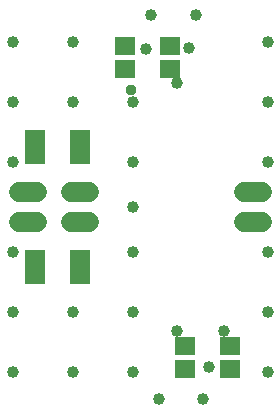
<source format=gbr>
G04 EAGLE Gerber X2 export*
%TF.Part,Single*%
%TF.FileFunction,Soldermask,Bot,1*%
%TF.FilePolarity,Negative*%
%TF.GenerationSoftware,Autodesk,EAGLE,9.0.0*%
%TF.CreationDate,2018-04-26T05:51:29Z*%
G75*
%MOMM*%
%FSLAX34Y34*%
%LPD*%
%AMOC8*
5,1,8,0,0,1.08239X$1,22.5*%
G01*
%ADD10R,1.703200X1.503200*%
%ADD11R,1.803200X3.003200*%
%ADD12C,1.727200*%
%ADD13C,1.009600*%
%ADD14C,0.959600*%


D10*
X174625Y69825D03*
X174625Y50825D03*
X212725Y69825D03*
X212725Y50825D03*
X161925Y304825D03*
X161925Y323825D03*
X123825Y304825D03*
X123825Y323825D03*
D11*
X47675Y238125D03*
X85675Y238125D03*
X47675Y136525D03*
X85675Y136525D03*
D12*
X224155Y174625D02*
X239395Y174625D01*
X239395Y200025D02*
X224155Y200025D01*
X93345Y174625D02*
X78105Y174625D01*
X78105Y200025D02*
X93345Y200025D01*
X48895Y174625D02*
X33655Y174625D01*
X33655Y200025D02*
X48895Y200025D01*
D13*
X244475Y327025D03*
X130175Y98425D03*
X130175Y47625D03*
X130175Y225425D03*
X130175Y276225D03*
X244475Y276225D03*
X244475Y98425D03*
X244475Y225425D03*
X244475Y149225D03*
X244475Y47625D03*
X130175Y149225D03*
X130175Y187325D03*
X141475Y321025D03*
X177500Y322500D03*
X195000Y52500D03*
X79375Y327025D03*
X28575Y327025D03*
X28575Y276225D03*
X79375Y98425D03*
X79375Y276225D03*
X28575Y98425D03*
X79375Y47625D03*
X28575Y47625D03*
X28575Y225425D03*
X28575Y149225D03*
X152500Y25000D03*
X167500Y82500D03*
X190000Y25000D03*
X207500Y82500D03*
X183500Y350000D03*
X167500Y292500D03*
X146000Y350000D03*
D14*
X129000Y287000D03*
M02*

</source>
